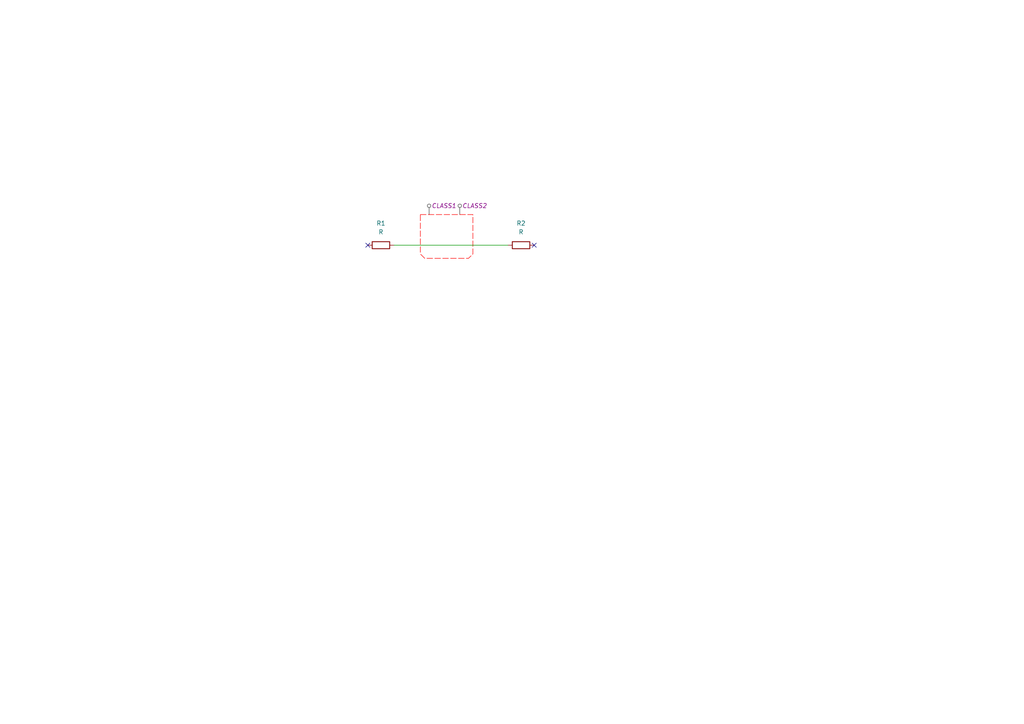
<source format=kicad_sch>
(kicad_sch (version 20240417) (generator "eeschema") (generator_version "8.99")
  (paper "A4")
  (lib_symbols
    (symbol "Device:R" (pin_numbers hide) (pin_names (offset 0))
      (property "Reference" "R" (at 2.032 0 90))
      (property "Value" "R" (at 0 0 90))
      (symbol "R_0_1"
        (rectangle (start -1.016 -2.54) (end 1.016 2.54) (stroke (width 0.254)))
      )
      (symbol "R_1_1"
        (pin passive line (at 0 3.81 270) (length 1.27) (name "~") (number "1"))
        (pin passive line (at 0 -3.81 90) (length 1.27) (name "~") (number "2"))
      )
    )
  )
  (no_connect (at 106.68 71.12))
  (no_connect (at 154.94 71.12))
  (wire (pts (xy 114.3 71.12) (xy 147.32 71.12)))
  (rule_area (polyline (pts (xy 121.92 62.23) (xy 137.16 62.23) (xy 137.16 73.66) (xy 135.89 74.93) (xy 123.19 74.93) (xy 121.92 73.66)) (stroke (width 0) (type dash))))
  (netclass_flag "" (length 2.54) (shape round) (at 133.35 62.23 0) (property "Netclass" "CLASS2" (at 134.0485 59.69 0) (effects (font (italic yes)) (justify left))))
  (netclass_flag "" (length 2.54) (shape round) (at 124.46 62.23 0) (property "Netclass" "CLASS1" (at 125.1585 59.69 0) (effects (font (italic yes)) (justify left))))
  (symbol (lib_id "Device:R") (at 151.13 71.12 270) (unit 1)
    (property "Reference" "R2" (at 151.13 64.77 90))
    (property "Value" "R" (at 151.13 67.31 90))
    (property "Description" "Resistor" (effects (hide yes)))
  )
  (symbol (lib_id "Device:R") (at 110.49 71.12 270) (unit 1)
    (property "Reference" "R1" (at 110.49 64.77 90))
    (property "Value" "R" (at 110.49 67.31 90))
    (property "Description" "Resistor" (effects (hide yes)))
  )
)
</source>
